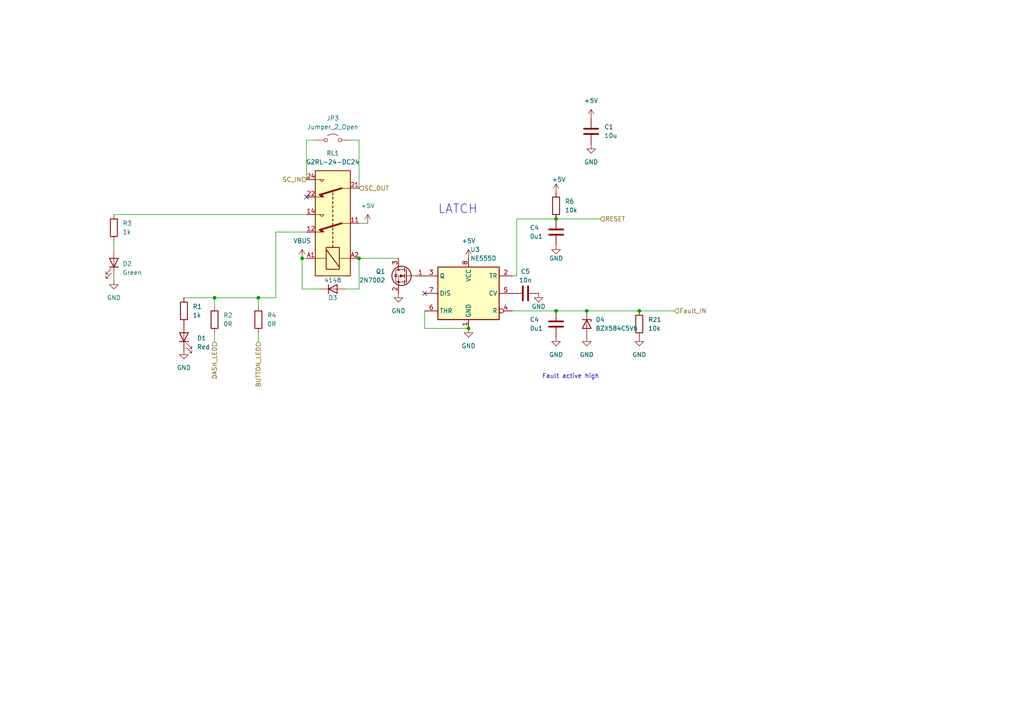
<source format=kicad_sch>
(kicad_sch (version 20231120) (generator "eeschema") (generator_version "8.0")
  (paper "A4")
  (title_block (title "HVB_LV1") (date "2024-10-25") (rev "1.0") (company "NTURacing") (comment 1 "Powertrain") (comment 2 "郭哲明 Jack Kuo"))
  (lib_symbols
    (symbol "Device:C" (pin_numbers hide) (pin_names (offset 0.254))
      (property "Reference" "C" (at 0.635 2.54 0))
      (property "Value" "C" (at 0.635 -2.54 0))
      (symbol "C_0_1"
        (polyline (pts (xy -2.032 -0.762) (xy 2.032 -0.762)) (stroke (width 0.508)))
        (polyline (pts (xy -2.032 0.762) (xy 2.032 0.762)) (stroke (width 0.508)))
      )
      (symbol "C_1_1"
        (pin passive line (at 0 3.81 270) (length 2.794) (name "~") (number "1"))
        (pin passive line (at 0 -3.81 90) (length 2.794) (name "~") (number "2"))
      )
    )
    (symbol "Device:D" (pin_numbers hide) (pin_names (offset 1.016) hide)
      (property "Reference" "D" (at 0 2.54 0))
      (property "Value" "D" (at 0 -2.54 0))
      (symbol "D_0_1"
        (polyline (pts (xy -1.27 1.27) (xy -1.27 -1.27)) (stroke (width 0.254)))
        (polyline (pts (xy 1.27 0) (xy -1.27 0)))
        (polyline (pts (xy 1.27 1.27) (xy 1.27 -1.27) (xy -1.27 0) (xy 1.27 1.27)) (stroke (width 0.254)))
      )
      (symbol "D_1_1"
        (pin passive line (at -3.81 0 0) (length 2.54) (name "K") (number "1"))
        (pin passive line (at 3.81 0 180) (length 2.54) (name "A") (number "2"))
      )
    )
    (symbol "Device:LED" (pin_numbers hide) (pin_names (offset 1.016) hide)
      (property "Reference" "D" (at 0 2.54 0))
      (property "Value" "LED" (at 0 -2.54 0))
      (symbol "LED_0_1"
        (polyline (pts (xy -1.27 -1.27) (xy -1.27 1.27)) (stroke (width 0.254)))
        (polyline (pts (xy -1.27 0) (xy 1.27 0)))
        (polyline (pts (xy 1.27 -1.27) (xy 1.27 1.27) (xy -1.27 0) (xy 1.27 -1.27)) (stroke (width 0.254)))
        (polyline (pts (xy -3.048 -0.762) (xy -4.572 -2.286) (xy -3.81 -2.286) (xy -4.572 -2.286) (xy -4.572 -1.524)))
        (polyline (pts (xy -1.778 -0.762) (xy -3.302 -2.286) (xy -2.54 -2.286) (xy -3.302 -2.286) (xy -3.302 -1.524)))
      )
      (symbol "LED_1_1"
        (pin passive line (at -3.81 0 0) (length 2.54) (name "K") (number "1"))
        (pin passive line (at 3.81 0 180) (length 2.54) (name "A") (number "2"))
      )
    )
    (symbol "Device:R" (pin_numbers hide) (pin_names (offset 0))
      (property "Reference" "R" (at 2.032 0 90))
      (property "Value" "R" (at 0 0 90))
      (symbol "R_0_1"
        (rectangle (start -1.016 -2.54) (end 1.016 2.54) (stroke (width 0.254)))
      )
      (symbol "R_1_1"
        (pin passive line (at 0 3.81 270) (length 1.27) (name "~") (number "1"))
        (pin passive line (at 0 -3.81 90) (length 1.27) (name "~") (number "2"))
      )
    )
    (symbol "Diode:BZV55C5V6" (pin_numbers hide) (pin_names hide)
      (property "Reference" "D" (at 0 2.54 0))
      (property "Value" "BZV55C5V6" (at 0 -2.54 0))
      (symbol "BZV55C5V6_0_1"
        (polyline (pts (xy 1.27 0) (xy -1.27 0)))
        (polyline (pts (xy -1.27 -1.27) (xy -1.27 1.27) (xy -0.762 1.27)) (stroke (width 0.254)))
        (polyline (pts (xy 1.27 -1.27) (xy 1.27 1.27) (xy -1.27 0) (xy 1.27 -1.27)) (stroke (width 0.254)))
      )
      (symbol "BZV55C5V6_1_1"
        (pin passive line (at -3.81 0 0) (length 2.54) (name "K") (number "1"))
        (pin passive line (at 3.81 0 180) (length 2.54) (name "A") (number "2"))
      )
    )
    (symbol "Jumper:Jumper_2_Open" (pin_numbers hide) (pin_names (offset 0) hide) (exclude_from_sim yes)
      (property "Reference" "JP" (at 0 2.794 0))
      (property "Value" "Jumper_2_Open" (at 0 -2.286 0))
      (symbol "Jumper_2_Open_0_0"
        (circle (center -2.032 0) (radius 0.508))
        (circle (center 2.032 0) (radius 0.508))
      )
      (symbol "Jumper_2_Open_0_1"
        (arc (start 1.524 1.27) (mid 0 1.778) (end -1.524 1.27))
      )
      (symbol "Jumper_2_Open_1_1"
        (pin passive line (at -5.08 0 0) (length 2.54) (name "A") (number "1"))
        (pin passive line (at 5.08 0 180) (length 2.54) (name "B") (number "2"))
      )
    )
    (symbol "Relay:G2RL-2"
      (property "Reference" "K" (at 16.51 3.81 0))
      (property "Value" "G2RL-2" (at 16.51 1.27 0))
      (symbol "G2RL-2_0_1"
        (rectangle (start -15.24 5.08) (end 15.24 -5.08) (stroke (width 0.254)) (fill (type background)))
        (rectangle (start -13.335 1.905) (end -6.985 -1.905) (stroke (width 0.254)))
        (polyline (pts (xy -12.7 -1.905) (xy -7.62 1.905)) (stroke (width 0.254)))
        (polyline (pts (xy -10.16 -5.08) (xy -10.16 -1.905)))
        (polyline (pts (xy -10.16 5.08) (xy -10.16 1.905)))
        (polyline (pts (xy -6.985 0) (xy -6.35 0)) (stroke (width 0.254)))
        (polyline (pts (xy -5.715 0) (xy -5.08 0)) (stroke (width 0.254)))
        (polyline (pts (xy -4.445 0) (xy -3.81 0)) (stroke (width 0.254)))
        (polyline (pts (xy -3.175 0) (xy -2.54 0)) (stroke (width 0.254)))
        (polyline (pts (xy -1.905 0) (xy -1.27 0)) (stroke (width 0.254)))
        (polyline (pts (xy -0.635 0) (xy 0 0)) (stroke (width 0.254)))
        (polyline (pts (xy 0 -2.54) (xy -1.905 3.81)) (stroke (width 0.508)))
        (polyline (pts (xy 0 -2.54) (xy 0 -5.08)))
        (polyline (pts (xy 0.635 0) (xy 1.27 0)) (stroke (width 0.254)))
        (polyline (pts (xy 1.905 0) (xy 2.54 0)) (stroke (width 0.254)))
        (polyline (pts (xy 3.175 0) (xy 3.81 0)) (stroke (width 0.254)))
        (polyline (pts (xy 4.445 0) (xy 5.08 0)) (stroke (width 0.254)))
        (polyline (pts (xy 5.715 0) (xy 6.35 0)) (stroke (width 0.254)))
        (polyline (pts (xy 6.985 0) (xy 7.62 0)) (stroke (width 0.254)))
        (polyline (pts (xy 8.255 0) (xy 8.89 0)) (stroke (width 0.254)))
        (polyline (pts (xy 10.16 -2.54) (xy 8.255 3.81)) (stroke (width 0.508)))
        (polyline (pts (xy 10.16 -2.54) (xy 10.16 -5.08)))
        (polyline (pts (xy -2.54 5.08) (xy -2.54 2.54) (xy -1.905 3.175) (xy -2.54 3.81)) (fill (type outline)))
        (polyline (pts (xy 2.54 5.08) (xy 2.54 2.54) (xy 1.905 3.175) (xy 2.54 3.81)))
        (polyline (pts (xy 7.62 5.08) (xy 7.62 2.54) (xy 8.255 3.175) (xy 7.62 3.81)) (fill (type outline)))
        (polyline (pts (xy 12.7 5.08) (xy 12.7 2.54) (xy 12.065 3.175) (xy 12.7 3.81)))
      )
      (symbol "G2RL-2_1_1"
        (pin passive line (at 0 -7.62 90) (length 2.54) (name "~") (number "11"))
        (pin passive line (at -2.54 7.62 270) (length 2.54) (name "~") (number "12"))
        (pin passive line (at 2.54 7.62 270) (length 2.54) (name "~") (number "14"))
        (pin passive line (at 10.16 -7.62 90) (length 2.54) (name "~") (number "21"))
        (pin passive line (at 7.62 7.62 270) (length 2.54) (name "~") (number "22"))
        (pin passive line (at 12.7 7.62 270) (length 2.54) (name "~") (number "24"))
        (pin passive line (at -10.16 7.62 270) (length 2.54) (name "~") (number "A1"))
        (pin passive line (at -10.16 -7.62 90) (length 2.54) (name "~") (number "A2"))
      )
    )
    (symbol "Timer:NE555D"
      (property "Reference" "U" (at -10.16 8.89 0))
      (property "Value" "NE555D" (at 2.54 8.89 0))
      (symbol "NE555D_0_0"
        (pin power_in line (at 0 -10.16 90) (length 2.54) (name "GND") (number "1"))
        (pin power_in line (at 0 10.16 270) (length 2.54) (name "VCC") (number "8"))
      )
      (symbol "NE555D_0_1"
        (rectangle (start -8.89 -7.62) (end 8.89 7.62) (stroke (width 0.254)) (fill (type background)))
        (rectangle (start -8.89 -7.62) (end 8.89 7.62) (stroke (width 0.254)) (fill (type background)))
      )
      (symbol "NE555D_1_1"
        (pin input line (at -12.7 5.08 0) (length 3.81) (name "TR") (number "2"))
        (pin output line (at 12.7 5.08 180) (length 3.81) (name "Q") (number "3"))
        (pin input inverted (at -12.7 -5.08 0) (length 3.81) (name "R") (number "4"))
        (pin input line (at -12.7 0 0) (length 3.81) (name "CV") (number "5"))
        (pin input line (at 12.7 -5.08 180) (length 3.81) (name "THR") (number "6"))
        (pin input line (at 12.7 0 180) (length 3.81) (name "DIS") (number "7"))
      )
    )
    (symbol "Transistor_FET:2N7002" (pin_names hide)
      (property "Reference" "Q" (at 5.08 1.905 0))
      (property "Value" "2N7002" (at 5.08 0 0))
      (symbol "2N7002_0_1"
        (polyline (pts (xy 0.254 0) (xy -2.54 0)))
        (polyline (pts (xy 0.254 1.905) (xy 0.254 -1.905)) (stroke (width 0.254)))
        (polyline (pts (xy 0.762 -1.27) (xy 0.762 -2.286)) (stroke (width 0.254)))
        (polyline (pts (xy 0.762 0.508) (xy 0.762 -0.508)) (stroke (width 0.254)))
        (polyline (pts (xy 0.762 2.286) (xy 0.762 1.27)) (stroke (width 0.254)))
        (polyline (pts (xy 2.54 2.54) (xy 2.54 1.778)))
        (polyline (pts (xy 2.54 -2.54) (xy 2.54 0) (xy 0.762 0)))
        (polyline (pts (xy 0.762 -1.778) (xy 3.302 -1.778) (xy 3.302 1.778) (xy 0.762 1.778)))
        (polyline (pts (xy 1.016 0) (xy 2.032 0.381) (xy 2.032 -0.381) (xy 1.016 0)) (fill (type outline)))
        (polyline (pts (xy 2.794 0.508) (xy 2.921 0.381) (xy 3.683 0.381) (xy 3.81 0.254)))
        (polyline (pts (xy 3.302 0.381) (xy 2.921 -0.254) (xy 3.683 -0.254) (xy 3.302 0.381)))
        (circle (center 1.651 0) (radius 2.794) (stroke (width 0.254)))
        (circle (center 2.54 -1.778) (radius 0.254) (fill (type outline)))
        (circle (center 2.54 1.778) (radius 0.254) (fill (type outline)))
      )
      (symbol "2N7002_1_1"
        (pin input line (at -5.08 0 0) (length 2.54) (name "G") (number "1"))
        (pin passive line (at 2.54 -5.08 90) (length 2.54) (name "S") (number "2"))
        (pin passive line (at 2.54 5.08 270) (length 2.54) (name "D") (number "3"))
      )
    )
    (symbol "power:+5V" (power) (pin_numbers hide) (pin_names (offset 0) hide)
      (property "Value" "+5V" (at 0 3.556 0))
      (symbol "+5V_0_1"
        (polyline (pts (xy -0.762 1.27) (xy 0 2.54)))
        (polyline (pts (xy 0 0) (xy 0 2.54)))
        (polyline (pts (xy 0 2.54) (xy 0.762 1.27)))
      )
      (symbol "+5V_1_1"
        (pin power_in line (at 0 0 90) (length 0) (name "~") (number "1"))
      )
    )
    (symbol "power:GND" (power) (pin_numbers hide) (pin_names (offset 0) hide)
      (property "Value" "GND" (at 0 -3.81 0))
      (symbol "GND_0_1"
        (polyline (pts (xy 0 0) (xy 0 -1.27) (xy 1.27 -1.27) (xy 0 -2.54) (xy -1.27 -1.27) (xy 0 -1.27)))
      )
      (symbol "GND_1_1"
        (pin power_in line (at 0 0 270) (length 0) (name "~") (number "1"))
      )
    )
    (symbol "power:VBUS" (power) (pin_numbers hide) (pin_names (offset 0) hide)
      (property "Value" "VBUS" (at 0 3.556 0))
      (symbol "VBUS_0_1"
        (polyline (pts (xy -0.762 1.27) (xy 0 2.54)))
        (polyline (pts (xy 0 0) (xy 0 2.54)))
        (polyline (pts (xy 0 2.54) (xy 0.762 1.27)))
      )
      (symbol "VBUS_1_1"
        (pin power_in line (at 0 0 90) (length 0) (name "~") (number "1"))
      )
    )
  )
  (junction (at 74.93 86.36))
  (junction (at 62.23 86.36))
  (junction (at 161.29 90.17))
  (junction (at 135.89 95.25))
  (junction (at 161.29 63.5))
  (junction (at 185.42 90.17))
  (junction (at 170.18 90.17))
  (junction (at 87.63 74.93))
  (junction (at 104.14 74.93))
  (no_connect (at 123.19 85.09))
  (no_connect (at 88.9 57.15))
  (wire (pts (xy 149.86 80.01) (xy 149.86 63.5)))
  (wire (pts (xy 106.68 64.77) (xy 104.14 64.77)))
  (wire (pts (xy 104.14 54.61) (xy 104.14 40.64)))
  (wire (pts (xy 80.01 67.31) (xy 88.9 67.31)))
  (wire (pts (xy 100.33 83.82) (xy 104.14 83.82)))
  (wire (pts (xy 123.19 90.17) (xy 123.19 95.25)))
  (wire (pts (xy 104.14 40.64) (xy 101.6 40.64)))
  (wire (pts (xy 80.01 67.31) (xy 80.01 86.36)))
  (wire (pts (xy 104.14 74.93) (xy 115.57 74.93)))
  (wire (pts (xy 33.02 62.23) (xy 88.9 62.23)))
  (wire (pts (xy 149.86 63.5) (xy 161.29 63.5)))
  (wire (pts (xy 123.19 95.25) (xy 135.89 95.25)))
  (wire (pts (xy 104.14 83.82) (xy 104.14 74.93)))
  (wire (pts (xy 74.93 86.36) (xy 80.01 86.36)))
  (wire (pts (xy 62.23 96.52) (xy 62.23 99.06)))
  (wire (pts (xy 62.23 86.36) (xy 74.93 86.36)))
  (wire (pts (xy 88.9 40.64) (xy 88.9 52.07)))
  (wire (pts (xy 87.63 83.82) (xy 87.63 74.93)))
  (wire (pts (xy 91.44 40.64) (xy 88.9 40.64)))
  (wire (pts (xy 185.42 90.17) (xy 195.58 90.17)))
  (wire (pts (xy 62.23 88.9) (xy 62.23 86.36)))
  (wire (pts (xy 149.86 80.01) (xy 148.59 80.01)))
  (wire (pts (xy 74.93 88.9) (xy 74.93 86.36)))
  (wire (pts (xy 92.71 83.82) (xy 87.63 83.82)))
  (wire (pts (xy 53.34 86.36) (xy 62.23 86.36)))
  (wire (pts (xy 87.63 74.93) (xy 88.9 74.93)))
  (wire (pts (xy 161.29 90.17) (xy 170.18 90.17)))
  (wire (pts (xy 33.02 72.39) (xy 33.02 69.85)))
  (wire (pts (xy 74.93 96.52) (xy 74.93 99.06)))
  (wire (pts (xy 148.59 90.17) (xy 161.29 90.17)))
  (wire (pts (xy 33.02 81.28) (xy 33.02 80.01)))
  (wire (pts (xy 161.29 63.5) (xy 173.99 63.5)))
  (wire (pts (xy 170.18 90.17) (xy 185.42 90.17)))
  (text "Fault active high" (at 157.226 109.982 0) (effects (font (size 1.27 1.27)) (justify left bottom)))
  (text "LATCH" (at 127 62.23 0) (effects (font (size 2.54 2.54)) (justify left bottom)))
  (hierarchical_label "RESET" (shape input) (at 173.99 63.5 0))
  (hierarchical_label "Fault_IN" (shape input) (at 195.58 90.17 0))
  (hierarchical_label "SC_IN" (shape input) (at 88.9 52.07 180))
  (hierarchical_label "SC_OUT" (shape input) (at 104.14 54.61 0))
  (hierarchical_label "BUTTON_LED" (shape input) (at 74.93 99.06 270))
  (hierarchical_label "DASH_LED" (shape input) (at 62.23 99.06 270))
  (symbol (lib_id "Transistor_FET:2N7002") (at 118.11 80.01 0) (mirror y) (unit 1)
    (property "Reference" "Q1" (at 111.76 78.7399 0) (effects (justify left)))
    (property "Value" "2N7002" (at 111.76 81.2799 0) (effects (justify left)))
    (property "Footprint" "Package_TO_SOT_SMD:SOT-23" (effects (hide yes)))
    (property "Datasheet" "https://www.onsemi.com/pub/Collateral/NDS7002A-D.PDF" (effects (hide yes)))
    (property "Description" "0.115A Id, 60V Vds, N-Channel MOSFET, SOT-23" (effects (hide yes)))
    (instances (project "SC_Latch_V0_20230703" (path "" (reference "Q1") (unit 1))) (project "SC_Board" (path "" (reference "Q3") (unit 1)) (path "" (reference "Q2") (unit 1)) (path "" (reference "Q1") (unit 1))))
  )
  (symbol (lib_id "power:GND") (at 170.18 97.79 0) (unit 1)
    (property "Reference" "#PWR01" (effects (hide yes)))
    (property "Value" "GND" (at 170.18 102.87 0))
    (property "Description" "Power symbol creates a global label with name \"GND\" , ground" (effects (hide yes)))
    (instances (project "SC_Latch_V0_20230703" (path "" (reference "#PWR01") (unit 1))) (project "SC_Board" (path "" (reference "#PWR061") (unit 1)) (path "" (reference "#PWR046") (unit 1)) (path "" (reference "#PWR031") (unit 1))))
  )
  (symbol (lib_id "Device:D") (at 96.52 83.82 0) (unit 1)
    (property "Reference" "D3" (at 96.52 86.36 0))
    (property "Value" "4148" (at 96.52 81.28 0))
    (property "Footprint" "Diode_SMD:D_SOD-323" (effects (hide yes)))
    (property "Description" "Diode" (effects (hide yes)))
    (property "Sim.Device" "D" (effects (hide yes)))
    (property "Sim.Pins" "1=K 2=A" (effects (hide yes)))
    (instances (project "SC_Latch_V0_20230703" (path "" (reference "D3") (unit 1))) (project "SC_Board" (path "" (reference "D10") (unit 1)) (path "" (reference "D6") (unit 1)) (path "" (reference "D2") (unit 1))))
  )
  (symbol (lib_id "power:GND") (at 53.34 101.6 0) (unit 1)
    (property "Reference" "#PWR0121" (effects (hide yes)))
    (property "Value" "GND" (at 53.34 106.68 0))
    (property "Description" "Power symbol creates a global label with name \"GND\" , ground" (effects (hide yes)))
    (instances (project "SC_Latch_V0_20230703" (path "" (reference "#PWR0121") (unit 1))) (project "SC_Board" (path "" (reference "#PWR063") (unit 1)) (path "" (reference "#PWR048") (unit 1)) (path "" (reference "#PWR033") (unit 1))))
  )
  (symbol (lib_id "Device:C") (at 152.4 85.09 90) (unit 1)
    (property "Reference" "C5" (at 152.4 78.74 90))
    (property "Value" "10n" (at 152.4 81.28 90))
    (property "Footprint" "Capacitor_SMD:C_0402_1005Metric" (effects (hide yes)))
    (property "Description" "Unpolarized capacitor" (effects (hide yes)))
    (instances (project "SC_Latch_V0_20230703" (path "" (reference "C5") (unit 1))) (project "SC_Board" (path "" (reference "C11") (unit 1)) (path "" (reference "C7") (unit 1)) (path "" (reference "C3") (unit 1))))
  )
  (symbol (lib_id "power:+5V") (at 171.45 34.29 0) (unit 1)
    (property "Reference" "#PWR0117" (effects (hide yes)))
    (property "Value" "+5V" (at 171.45 29.21 0))
    (property "Description" "Power symbol creates a global label with name \"+5V\"" (effects (hide yes)))
    (instances (project "SC_Latch_V0_20230703" (path "" (reference "#PWR0117") (unit 1))) (project "SC_Board" (path "" (reference "#PWR049") (unit 1)) (path "" (reference "#PWR034") (unit 1)) (path "" (reference "#PWR019") (unit 1))))
  )
  (symbol (lib_id "Device:R") (at 185.42 93.98 0) (unit 1)
    (property "Reference" "R21" (at 187.96 92.71 0) (effects (justify left)))
    (property "Value" "10k" (at 187.96 95.25 0) (effects (justify left)))
    (property "Footprint" "Resistor_SMD:R_0603_1608Metric" (effects (hide yes)))
    (property "Description" "Resistor" (effects (hide yes)))
    (instances (project "SC_Board" (path "" (reference "R21") (unit 1)) (path "" (reference "R15") (unit 1)) (path "" (reference "R9") (unit 1))))
  )
  (symbol (lib_id "Device:R") (at 53.34 90.17 0) (unit 1)
    (property "Reference" "R1" (at 55.88 88.8999 0) (effects (justify left)))
    (property "Value" "1k" (at 55.88 91.4399 0) (effects (justify left)))
    (property "Footprint" "Resistor_SMD:R_0603_1608Metric" (effects (hide yes)))
    (property "Description" "Resistor" (effects (hide yes)))
    (instances (project "SC_Latch_V0_20230703" (path "" (reference "R1") (unit 1))) (project "SC_Board" (path "" (reference "R18") (unit 1)) (path "" (reference "R12") (unit 1)) (path "" (reference "R6") (unit 1))))
  )
  (symbol (lib_id "Device:C") (at 161.29 93.98 0) (unit 1)
    (property "Reference" "C4" (at 153.67 92.71 0) (effects (justify left)))
    (property "Value" "0u1" (at 153.67 95.25 0) (effects (justify left)))
    (property "Footprint" "Capacitor_SMD:C_0402_1005Metric" (effects (hide yes)))
    (property "Description" "Unpolarized capacitor" (effects (hide yes)))
    (instances (project "SC_Latch_V0_20230703" (path "" (reference "C4") (unit 1))) (project "SC_Board" (path "" (reference "C12") (unit 1)) (path "" (reference "C8") (unit 1)) (path "" (reference "C4") (unit 1))))
  )
  (symbol (lib_id "power:+5V") (at 135.89 74.93 0) (unit 1)
    (property "Reference" "#PWR0105" (effects (hide yes)))
    (property "Value" "+5V" (at 135.89 69.85 0))
    (property "Description" "Power symbol creates a global label with name \"+5V\"" (effects (hide yes)))
    (instances (project "SC_Latch_V0_20230703" (path "" (reference "#PWR0105") (unit 1))) (project "SC_Board" (path "" (reference "#PWR056") (unit 1)) (path "" (reference "#PWR041") (unit 1)) (path "" (reference "#PWR026") (unit 1))))
  )
  (symbol (lib_id "power:GND") (at 156.21 85.09 0) (unit 1)
    (property "Reference" "#PWR0114" (effects (hide yes)))
    (property "Value" "GND" (at 156.21 88.9 0))
    (property "Description" "Power symbol creates a global label with name \"GND\" , ground" (effects (hide yes)))
    (instances (project "SC_Latch_V0_20230703" (path "" (reference "#PWR0114") (unit 1))) (project "SC_Board" (path "" (reference "#PWR058") (unit 1)) (path "" (reference "#PWR043") (unit 1)) (path "" (reference "#PWR028") (unit 1))))
  )
  (symbol (lib_id "Device:R") (at 62.23 92.71 0) (unit 1)
    (property "Reference" "R2" (at 64.77 91.44 0) (effects (justify left)))
    (property "Value" "0R" (at 64.77 93.98 0) (effects (justify left)))
    (property "Footprint" "Resistor_SMD:R_0603_1608Metric" (effects (hide yes)))
    (property "Description" "Resistor" (effects (hide yes)))
    (instances (project "SC_Latch_V0_20230703" (path "" (reference "R2") (unit 1))) (project "SC_Board" (path "" (reference "R19") (unit 1)) (path "" (reference "R13") (unit 1)) (path "" (reference "R7") (unit 1))))
  )
  (symbol (lib_id "Diode:BZV55C5V6") (at 170.18 93.98 270) (unit 1)
    (property "Reference" "D4" (at 172.72 92.71 90) (effects (justify left)))
    (property "Value" "BZX584C5V6" (at 172.72 95.25 90) (effects (justify left)))
    (property "Footprint" "Diode_SMD:D_SOD-523" (effects (hide yes)))
    (property "Datasheet" "https://assets.nexperia.com/documents/data-sheet/BZV55_SER.pdf" (effects (hide yes)))
    (property "Description" "5.6V, 500mW, 5%, Zener diode, MiniMELF" (effects (hide yes)))
    (instances (project "SC_Latch_V0_20230703" (path "" (reference "D4") (unit 1))) (project "SC_Board" (path "" (reference "D11") (unit 1)) (path "" (reference "D7") (unit 1)) (path "" (reference "D3") (unit 1))))
  )
  (symbol (lib_id "power:GND") (at 161.29 71.12 0) (unit 1)
    (property "Reference" "#PWR0116" (effects (hide yes)))
    (property "Value" "GND" (at 161.29 74.93 0))
    (property "Description" "Power symbol creates a global label with name \"GND\" , ground" (effects (hide yes)))
    (instances (project "SC_Latch_V0_20230703" (path "" (reference "#PWR0116") (unit 1))) (project "SC_Board" (path "" (reference "#PWR054") (unit 1)) (path "" (reference "#PWR039") (unit 1)) (path "" (reference "#PWR024") (unit 1))))
  )
  (symbol (lib_id "power:GND") (at 33.02 81.28 0) (unit 1)
    (property "Reference" "#PWR0109" (effects (hide yes)))
    (property "Value" "GND" (at 33.02 86.36 0))
    (property "Description" "Power symbol creates a global label with name \"GND\" , ground" (effects (hide yes)))
    (instances (project "SC_Latch_V0_20230703" (path "" (reference "#PWR0109") (unit 1))) (project "SC_Board" (path "" (reference "#PWR052") (unit 1)) (path "" (reference "#PWR037") (unit 1)) (path "" (reference "#PWR022") (unit 1))))
  )
  (symbol (lib_id "power:VBUS") (at 87.63 74.93 0) (unit 1)
    (property "Reference" "#PWR055" (effects (hide yes)))
    (property "Value" "VBUS" (at 87.63 69.85 0))
    (property "Description" "Power symbol creates a global label with name \"VBUS\"" (effects (hide yes)))
    (instances (project "SC_Board" (path "" (reference "#PWR055") (unit 1)) (path "" (reference "#PWR040") (unit 1)) (path "" (reference "#PWR025") (unit 1))) (project "BMS_MASTER_STM32F105RC" (path "" (reference "#PWR019") (unit 1)) (path "" (reference "#PWR02") (unit 1))))
  )
  (symbol (lib_id "Device:C") (at 161.29 67.31 0) (unit 1)
    (property "Reference" "C4" (at 153.67 66.04 0) (effects (justify left)))
    (property "Value" "0u1" (at 153.67 68.58 0) (effects (justify left)))
    (property "Footprint" "Capacitor_SMD:C_0402_1005Metric" (effects (hide yes)))
    (property "Description" "Unpolarized capacitor" (effects (hide yes)))
    (instances (project "SC_Latch_V0_20230703" (path "" (reference "C4") (unit 1))) (project "SC_Board" (path "" (reference "C10") (unit 1)) (path "" (reference "C6") (unit 1)) (path "" (reference "C2") (unit 1))))
  )
  (symbol (lib_id "power:GND") (at 135.89 95.25 0) (unit 1)
    (property "Reference" "#PWR0113" (effects (hide yes)))
    (property "Value" "GND" (at 135.89 100.33 0))
    (property "Description" "Power symbol creates a global label with name \"GND\" , ground" (effects (hide yes)))
    (instances (project "SC_Latch_V0_20230703" (path "" (reference "#PWR0113") (unit 1))) (project "SC_Board" (path "" (reference "#PWR059") (unit 1)) (path "" (reference "#PWR044") (unit 1)) (path "" (reference "#PWR029") (unit 1))))
  )
  (symbol (lib_id "power:+5V") (at 106.68 64.77 0) (unit 1)
    (property "Reference" "#PWR0111" (effects (hide yes)))
    (property "Value" "+5V" (at 106.68 59.69 0))
    (property "Description" "Power symbol creates a global label with name \"+5V\"" (effects (hide yes)))
    (instances (project "SC_Latch_V0_20230703" (path "" (reference "#PWR0111") (unit 1))) (project "SC_Board" (path "" (reference "#PWR053") (unit 1)) (path "" (reference "#PWR038") (unit 1)) (path "" (reference "#PWR023") (unit 1))))
  )
  (symbol (lib_id "Device:R") (at 74.93 92.71 0) (unit 1)
    (property "Reference" "R4" (at 77.47 91.44 0) (effects (justify left)))
    (property "Value" "0R" (at 77.47 93.98 0) (effects (justify left)))
    (property "Footprint" "Resistor_SMD:R_0603_1608Metric" (effects (hide yes)))
    (property "Description" "Resistor" (effects (hide yes)))
    (instances (project "SC_Latch_V0_20230703" (path "" (reference "R4") (unit 1))) (project "SC_Board" (path "" (reference "R20") (unit 1)) (path "" (reference "R14") (unit 1)) (path "" (reference "R8") (unit 1))))
  )
  (symbol (lib_id "Timer:NE555D") (at 135.89 85.09 0) (mirror y) (unit 1)
    (property "Reference" "U3" (at 136.4106 72.39 0) (effects (justify right)))
    (property "Value" "NE555D" (at 136.4106 74.93 0) (effects (justify right)))
    (property "Footprint" "Package_SO:SOIC-8_3.9x4.9mm_P1.27mm" (effects (hide yes)))
    (property "Datasheet" "http://www.ti.com/lit/ds/symlink/ne555.pdf" (effects (hide yes)))
    (property "Description" "Precision Timers, 555 compatible, SOIC-8" (effects (hide yes)))
    (instances (project "SC_Latch_V0_20230703" (path "" (reference "U3") (unit 1))) (project "SC_Board" (path "" (reference "U3") (unit 1)) (path "" (reference "U2") (unit 1)) (path "" (reference "U1") (unit 1))))
  )
  (symbol (lib_id "power:GND") (at 171.45 41.91 0) (unit 1)
    (property "Reference" "#PWR0119" (effects (hide yes)))
    (property "Value" "GND" (at 171.45 46.99 0))
    (property "Description" "Power symbol creates a global label with name \"GND\" , ground" (effects (hide yes)))
    (instances (project "SC_Latch_V0_20230703" (path "" (reference "#PWR0119") (unit 1))) (project "SC_Board" (path "" (reference "#PWR050") (unit 1)) (path "" (reference "#PWR035") (unit 1)) (path "" (reference "#PWR020") (unit 1))))
  )
  (symbol (lib_id "Relay:G2RL-2") (at 96.52 64.77 90) (unit 1)
    (property "Reference" "RL1" (at 96.52 44.45 90))
    (property "Value" "G2RL-24-DC24" (at 96.52 46.99 90))
    (property "Footprint" "Relay_THT:Relay_DPDT_Omron_G2RL-2" (effects (hide yes)))
    (property "Datasheet" "https://omronfs.omron.com/en_US/ecb/products/pdf/en-g2rl.pdf" (effects (hide yes)))
    (property "Description" "General Purpose Low Profile Relay DPDT Through Hole, Omron G2RL series, 8A 250VAC" (effects (hide yes)))
    (instances (project "SC_Latch_V0_20230703" (path "" (reference "RL1") (unit 1))) (project "SC_Board" (path "" (reference "RL3") (unit 1)) (path "" (reference "RL2") (unit 1)) (path "" (reference "RL1") (unit 1))))
  )
  (symbol (lib_id "power:GND") (at 161.29 97.79 0) (unit 1)
    (property "Reference" "#PWR0116" (effects (hide yes)))
    (property "Value" "GND" (at 161.29 102.87 0))
    (property "Description" "Power symbol creates a global label with name \"GND\" , ground" (effects (hide yes)))
    (instances (project "SC_Latch_V0_20230703" (path "" (reference "#PWR0116") (unit 1))) (project "SC_Board" (path "" (reference "#PWR060") (unit 1)) (path "" (reference "#PWR045") (unit 1)) (path "" (reference "#PWR030") (unit 1))))
  )
  (symbol (lib_id "Device:LED") (at 53.34 97.79 90) (unit 1)
    (property "Reference" "D1" (at 57.15 98.1074 90) (effects (justify right)))
    (property "Value" "Red" (at 57.15 100.6474 90) (effects (justify right)))
    (property "Footprint" "LED_SMD:LED_0603_1608Metric" (effects (hide yes)))
    (property "Description" "Light emitting diode" (effects (hide yes)))
    (instances (project "SC_Latch_V0_20230703" (path "" (reference "D1") (unit 1))) (project "SC_Board" (path "" (reference "D12") (unit 1)) (path "" (reference "D8") (unit 1)) (path "" (reference "D4") (unit 1))))
  )
  (symbol (lib_id "power:+5V") (at 161.29 55.88 0) (unit 1)
    (property "Reference" "#PWR0112" (effects (hide yes)))
    (property "Value" "+5V" (at 160.02 52.07 0) (effects (justify left)))
    (property "Description" "Power symbol creates a global label with name \"+5V\"" (effects (hide yes)))
    (instances (project "SC_Latch_V0_20230703" (path "" (reference "#PWR0112") (unit 1))) (project "SC_Board" (path "" (reference "#PWR051") (unit 1)) (path "" (reference "#PWR036") (unit 1)) (path "" (reference "#PWR021") (unit 1))))
  )
  (symbol (lib_id "Device:R") (at 161.29 59.69 0) (unit 1)
    (property "Reference" "R6" (at 163.83 58.4199 0) (effects (justify left)))
    (property "Value" "10k" (at 163.83 60.9599 0) (effects (justify left)))
    (property "Footprint" "Resistor_SMD:R_0603_1608Metric" (effects (hide yes)))
    (property "Description" "Resistor" (effects (hide yes)))
    (instances (project "SC_Latch_V0_20230703" (path "" (reference "R6") (unit 1))) (project "SC_Board" (path "" (reference "R16") (unit 1)) (path "" (reference "R10") (unit 1)) (path "" (reference "R4") (unit 1))))
  )
  (symbol (lib_id "Device:C") (at 171.45 38.1 0) (unit 1)
    (property "Reference" "C1" (at 175.26 36.8299 0) (effects (justify left)))
    (property "Value" "10u" (at 175.26 39.3699 0) (effects (justify left)))
    (property "Footprint" "Capacitor_SMD:C_0805_2012Metric" (effects (hide yes)))
    (property "Description" "Unpolarized capacitor" (effects (hide yes)))
    (instances (project "SC_Latch_V0_20230703" (path "" (reference "C1") (unit 1))) (project "SC_Board" (path "" (reference "C9") (unit 1)) (path "" (reference "C5") (unit 1)) (path "" (reference "C1") (unit 1))))
  )
  (symbol (lib_id "Jumper:Jumper_2_Open") (at 96.52 40.64 0) (unit 1)
    (property "Reference" "JP3" (at 96.52 34.29 0))
    (property "Value" "Jumper_2_Open" (at 96.52 36.83 0))
    (property "Footprint" "PCM_Jumper_AKL:Jumper_P2.54mm_D1.2mm" (effects (hide yes)))
    (property "Description" "Jumper, 2-pole, open" (effects (hide yes)))
    (instances (project "SC_Board" (path "" (reference "JP3") (unit 1)) (path "" (reference "JP2") (unit 1)) (path "" (reference "JP1") (unit 1))))
  )
  (symbol (lib_id "Device:LED") (at 33.02 76.2 270) (mirror x) (unit 1)
    (property "Reference" "D2" (at 35.56 76.5175 90) (effects (justify left)))
    (property "Value" "Green" (at 35.56 79.0575 90) (effects (justify left)))
    (property "Footprint" "LED_SMD:LED_0805_2012Metric" (effects (hide yes)))
    (property "Description" "Light emitting diode" (effects (hide yes)))
    (instances (project "SC_Latch_V0_20230703" (path "" (reference "D2") (unit 1))) (project "SC_Board" (path "" (reference "D9") (unit 1)) (path "" (reference "D5") (unit 1)) (path "" (reference "D1") (unit 1))))
  )
  (symbol (lib_id "power:GND") (at 185.42 97.79 0) (unit 1)
    (property "Reference" "#PWR01" (effects (hide yes)))
    (property "Value" "GND" (at 185.42 102.87 0))
    (property "Description" "Power symbol creates a global label with name \"GND\" , ground" (effects (hide yes)))
    (instances (project "SC_Latch_V0_20230703" (path "" (reference "#PWR01") (unit 1))) (project "SC_Board" (path "" (reference "#PWR062") (unit 1)) (path "" (reference "#PWR047") (unit 1)) (path "" (reference "#PWR032") (unit 1))))
  )
  (symbol (lib_id "Device:R") (at 33.02 66.04 180) (unit 1)
    (property "Reference" "R3" (at 35.56 64.77 0) (effects (justify right)))
    (property "Value" "1k" (at 35.56 67.31 0) (effects (justify right)))
    (property "Footprint" "Resistor_SMD:R_0603_1608Metric" (effects (hide yes)))
    (property "Description" "Resistor" (effects (hide yes)))
    (instances (project "SC_Latch_V0_20230703" (path "" (reference "R3") (unit 1))) (project "SC_Board" (path "" (reference "R17") (unit 1)) (path "" (reference "R11") (unit 1)) (path "" (reference "R5") (unit 1))))
  )
  (symbol (lib_id "power:GND") (at 115.57 85.09 0) (unit 1)
    (property "Reference" "#PWR0101" (effects (hide yes)))
    (property "Value" "GND" (at 115.57 90.17 0))
    (property "Description" "Power symbol creates a global label with name \"GND\" , ground" (effects (hide yes)))
    (instances (project "SC_Latch_V0_20230703" (path "" (reference "#PWR0101") (unit 1))) (project "SC_Board" (path "" (reference "#PWR057") (unit 1)) (path "" (reference "#PWR042") (unit 1)) (path "" (reference "#PWR027") (unit 1))))
  )
)
</source>
